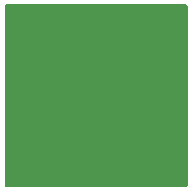
<source format=gbr>
%TF.GenerationSoftware,KiCad,Pcbnew,(6.0.10)*%
%TF.CreationDate,2023-01-04T22:21:12+01:00*%
%TF.ProjectId,DIP-8 Breakout,4449502d-3820-4427-9265-616b6f75742e,rev?*%
%TF.SameCoordinates,Original*%
%TF.FileFunction,Soldermask,Top*%
%TF.FilePolarity,Negative*%
%FSLAX46Y46*%
G04 Gerber Fmt 4.6, Leading zero omitted, Abs format (unit mm)*
G04 Created by KiCad (PCBNEW (6.0.10)) date 2023-01-04 22:21:12*
%MOMM*%
%LPD*%
G01*
G04 APERTURE LIST*
G04 APERTURE END LIST*
G36*
X152407949Y-81155130D02*
G01*
X152447323Y-81165680D01*
X152475341Y-81181856D01*
X152498144Y-81204659D01*
X152514320Y-81232677D01*
X152524870Y-81272051D01*
X152527000Y-81288227D01*
X152527000Y-96511773D01*
X152524870Y-96527949D01*
X152514320Y-96567323D01*
X152498144Y-96595341D01*
X152475341Y-96618144D01*
X152447323Y-96634320D01*
X152407949Y-96644870D01*
X152391773Y-96647000D01*
X137168227Y-96647000D01*
X137152051Y-96644870D01*
X137112677Y-96634320D01*
X137084659Y-96618144D01*
X137061856Y-96595341D01*
X137045680Y-96567323D01*
X137035130Y-96527949D01*
X137033000Y-96511773D01*
X137033000Y-81288227D01*
X137035130Y-81272051D01*
X137045680Y-81232677D01*
X137061856Y-81204659D01*
X137084659Y-81181856D01*
X137112677Y-81165680D01*
X137152051Y-81155130D01*
X137168227Y-81153000D01*
X152391773Y-81153000D01*
X152407949Y-81155130D01*
G37*
M02*

</source>
